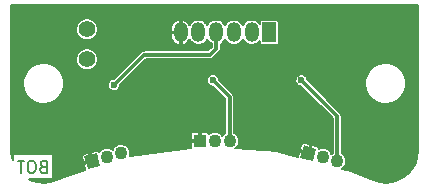
<source format=gbr>
G04 #@! TF.FileFunction,Copper,L2,Bot,Signal*
%FSLAX46Y46*%
G04 Gerber Fmt 4.6, Leading zero omitted, Abs format (unit mm)*
G04 Created by KiCad (PCBNEW (2015-01-16 BZR 5376)-product) date 09.04.2015 11:54:56*
%MOMM*%
G01*
G04 APERTURE LIST*
%ADD10C,0.100000*%
%ADD11C,0.150000*%
%ADD12R,1.198880X1.699260*%
%ADD13O,1.198880X1.699260*%
%ADD14C,1.397000*%
%ADD15C,1.100000*%
%ADD16R,1.100000X1.100000*%
%ADD17C,0.600000*%
%ADD18C,0.300000*%
G04 APERTURE END LIST*
D10*
D11*
X138501333Y-124388571D02*
X138358476Y-124436190D01*
X138310857Y-124483810D01*
X138263238Y-124579048D01*
X138263238Y-124721905D01*
X138310857Y-124817143D01*
X138358476Y-124864762D01*
X138453714Y-124912381D01*
X138834667Y-124912381D01*
X138834667Y-123912381D01*
X138501333Y-123912381D01*
X138406095Y-123960000D01*
X138358476Y-124007619D01*
X138310857Y-124102857D01*
X138310857Y-124198095D01*
X138358476Y-124293333D01*
X138406095Y-124340952D01*
X138501333Y-124388571D01*
X138834667Y-124388571D01*
X137644191Y-123912381D02*
X137453714Y-123912381D01*
X137358476Y-123960000D01*
X137263238Y-124055238D01*
X137215619Y-124245714D01*
X137215619Y-124579048D01*
X137263238Y-124769524D01*
X137358476Y-124864762D01*
X137453714Y-124912381D01*
X137644191Y-124912381D01*
X137739429Y-124864762D01*
X137834667Y-124769524D01*
X137882286Y-124579048D01*
X137882286Y-124245714D01*
X137834667Y-124055238D01*
X137739429Y-123960000D01*
X137644191Y-123912381D01*
X136929905Y-123912381D02*
X136358476Y-123912381D01*
X136644191Y-124912381D02*
X136644191Y-123912381D01*
D12*
X157683800Y-113030000D03*
D13*
X154680000Y-113030000D03*
X156180000Y-113030000D03*
X153180000Y-113030000D03*
X151680000Y-113030000D03*
X150180000Y-113030000D03*
D14*
X142240000Y-112776000D03*
X142240000Y-115316000D03*
D10*
G36*
X161366583Y-123941310D02*
X160304064Y-123656609D01*
X160588765Y-122594090D01*
X161651284Y-122878791D01*
X161366583Y-123941310D01*
X161366583Y-123941310D01*
G37*
D15*
X162204400Y-123596400D03*
X163431126Y-123925100D03*
D16*
X151790400Y-122224800D03*
D15*
X153060400Y-122224800D03*
X154330400Y-122224800D03*
D10*
G36*
X143363284Y-124314009D02*
X142300765Y-124598710D01*
X142016064Y-123536191D01*
X143078583Y-123251490D01*
X143363284Y-124314009D01*
X143363284Y-124314009D01*
G37*
D15*
X143916400Y-123596400D03*
X145143126Y-123267700D03*
D17*
X163195000Y-113030000D03*
X149352000Y-118110000D03*
X144018000Y-120904000D03*
X160274000Y-119126000D03*
X156972000Y-118110000D03*
X152654000Y-119380000D03*
X138684000Y-121920000D03*
X145034000Y-113284000D03*
X144526000Y-117475000D03*
X152908000Y-117094000D03*
X160401000Y-117094000D03*
D18*
X144526000Y-117475000D02*
X147066000Y-114935000D01*
X147066000Y-114935000D02*
X152654000Y-114935000D01*
X152654000Y-114935000D02*
X153180000Y-114409000D01*
X153180000Y-114409000D02*
X153180000Y-113030000D01*
X152908000Y-117094000D02*
X154330400Y-118516400D01*
X154330400Y-118516400D02*
X154330400Y-122224800D01*
X160401000Y-117094000D02*
X163431126Y-120124126D01*
X163431126Y-120124126D02*
X163431126Y-123925100D01*
D11*
G36*
X170266750Y-123013094D02*
X170213557Y-123555584D01*
X170059918Y-124064461D01*
X169810360Y-124533814D01*
X169474394Y-124945748D01*
X169238074Y-125141248D01*
X169238074Y-117178855D01*
X169172367Y-116847008D01*
X169043455Y-116534243D01*
X168856248Y-116252474D01*
X168617877Y-116012433D01*
X168337422Y-115823264D01*
X168025565Y-115692171D01*
X167694184Y-115624148D01*
X167355902Y-115621787D01*
X167023604Y-115685176D01*
X166709947Y-115811902D01*
X166426878Y-115997137D01*
X166185179Y-116233826D01*
X165994056Y-116512954D01*
X165860790Y-116823888D01*
X165790455Y-117154786D01*
X165785732Y-117493043D01*
X165846800Y-117825775D01*
X165971333Y-118140309D01*
X166154587Y-118424665D01*
X166389583Y-118668010D01*
X166667370Y-118861077D01*
X166977366Y-118996511D01*
X167307765Y-119069154D01*
X167645981Y-119076238D01*
X167979131Y-119017495D01*
X168294527Y-118895161D01*
X168580155Y-118713896D01*
X168825135Y-118480605D01*
X169020136Y-118204173D01*
X169157731Y-117895129D01*
X169232679Y-117565246D01*
X169238074Y-117178855D01*
X169238074Y-125141248D01*
X169064810Y-125284585D01*
X168597220Y-125537409D01*
X168089422Y-125694600D01*
X167560761Y-125750163D01*
X167031382Y-125701986D01*
X166510910Y-125548803D01*
X166424088Y-125511853D01*
X166424047Y-125511840D01*
X166421192Y-125510640D01*
X164630471Y-124772558D01*
X164615514Y-124768042D01*
X164600982Y-124762320D01*
X164597281Y-124761294D01*
X163869280Y-124564967D01*
X163910572Y-124538763D01*
X164020636Y-124433951D01*
X164108245Y-124309757D01*
X164170063Y-124170912D01*
X164203735Y-124022703D01*
X164206159Y-123849107D01*
X164176639Y-123700016D01*
X164118721Y-123559499D01*
X164034614Y-123432907D01*
X163927520Y-123325063D01*
X163806126Y-123243182D01*
X163806126Y-120124126D01*
X163802746Y-120089656D01*
X163799727Y-120055144D01*
X163799176Y-120053248D01*
X163798984Y-120051288D01*
X163788974Y-120018134D01*
X163779308Y-119984863D01*
X163778401Y-119983113D01*
X163777831Y-119981225D01*
X163761566Y-119950635D01*
X163745627Y-119919886D01*
X163744396Y-119918344D01*
X163743471Y-119916604D01*
X163721569Y-119889750D01*
X163699967Y-119862689D01*
X163697262Y-119859946D01*
X163697215Y-119859888D01*
X163697161Y-119859843D01*
X163696291Y-119858961D01*
X160925386Y-117088056D01*
X160926022Y-117042521D01*
X160906024Y-116941524D01*
X160866790Y-116846335D01*
X160809814Y-116760579D01*
X160737267Y-116687523D01*
X160651911Y-116629950D01*
X160556998Y-116590052D01*
X160456143Y-116569350D01*
X160353188Y-116568631D01*
X160252054Y-116587924D01*
X160156593Y-116626492D01*
X160070441Y-116682868D01*
X159996881Y-116754904D01*
X159938713Y-116839856D01*
X159898154Y-116934488D01*
X159876748Y-117035196D01*
X159875310Y-117138143D01*
X159893896Y-117239410D01*
X159931797Y-117335137D01*
X159987570Y-117421680D01*
X160059091Y-117495742D01*
X160143635Y-117554501D01*
X160237981Y-117595720D01*
X160338537Y-117617829D01*
X160395696Y-117619026D01*
X163056126Y-120279456D01*
X163056126Y-123244266D01*
X162943158Y-123318191D01*
X162932370Y-123328755D01*
X162891995Y-123230799D01*
X162807888Y-123104207D01*
X162700794Y-122996363D01*
X162574792Y-122911374D01*
X162434683Y-122852477D01*
X162285802Y-122821916D01*
X162133820Y-122820855D01*
X161984527Y-122849334D01*
X161875818Y-122893255D01*
X161877251Y-122871393D01*
X161871466Y-122827451D01*
X161857220Y-122785482D01*
X161835059Y-122747100D01*
X161805836Y-122713777D01*
X161770674Y-122686796D01*
X161730923Y-122667193D01*
X161688112Y-122655722D01*
X161305037Y-122553077D01*
X161236145Y-122592852D01*
X161091256Y-123133584D01*
X161091256Y-122554029D01*
X161051481Y-122485137D01*
X160668405Y-122382493D01*
X160625595Y-122371022D01*
X160581368Y-122368122D01*
X160537426Y-122373907D01*
X160495457Y-122388154D01*
X160457074Y-122410314D01*
X160423752Y-122439537D01*
X160396771Y-122474699D01*
X160377168Y-122514450D01*
X160263051Y-122940337D01*
X160302826Y-123009229D01*
X160924641Y-123175844D01*
X161091256Y-122554029D01*
X161091256Y-123133584D01*
X161069530Y-123214667D01*
X161088848Y-123219843D01*
X161050025Y-123364732D01*
X161030707Y-123359556D01*
X161025530Y-123378874D01*
X160880641Y-123340051D01*
X160885818Y-123320733D01*
X160264003Y-123154118D01*
X160195111Y-123193893D01*
X160100095Y-123548496D01*
X158509329Y-123119499D01*
X158509329Y-113879630D01*
X158509329Y-112180370D01*
X158506361Y-112143859D01*
X158487415Y-112083269D01*
X158452371Y-112030334D01*
X158403993Y-111989229D01*
X158346094Y-111963194D01*
X158283240Y-111954281D01*
X157084360Y-111954281D01*
X157047849Y-111957249D01*
X156987259Y-111976195D01*
X156934324Y-112011239D01*
X156893219Y-112059617D01*
X156867184Y-112117516D01*
X156858271Y-112180370D01*
X156858271Y-112308044D01*
X156764998Y-112193681D01*
X156641021Y-112091118D01*
X156499483Y-112014589D01*
X156345777Y-111967009D01*
X156185756Y-111950190D01*
X156025515Y-111964773D01*
X155871159Y-112010203D01*
X155728567Y-112084748D01*
X155603170Y-112185570D01*
X155499743Y-112308829D01*
X155429529Y-112436547D01*
X155366694Y-112318372D01*
X155264998Y-112193681D01*
X155141021Y-112091118D01*
X154999483Y-112014589D01*
X154845777Y-111967009D01*
X154685756Y-111950190D01*
X154525515Y-111964773D01*
X154371159Y-112010203D01*
X154228567Y-112084748D01*
X154103170Y-112185570D01*
X153999743Y-112308829D01*
X153929529Y-112436547D01*
X153866694Y-112318372D01*
X153764998Y-112193681D01*
X153641021Y-112091118D01*
X153499483Y-112014589D01*
X153345777Y-111967009D01*
X153185756Y-111950190D01*
X153025515Y-111964773D01*
X152871159Y-112010203D01*
X152728567Y-112084748D01*
X152603170Y-112185570D01*
X152499743Y-112308829D01*
X152429529Y-112436547D01*
X152366694Y-112318372D01*
X152264998Y-112193681D01*
X152141021Y-112091118D01*
X151999483Y-112014589D01*
X151845777Y-111967009D01*
X151685756Y-111950190D01*
X151525515Y-111964773D01*
X151371159Y-112010203D01*
X151228567Y-112084748D01*
X151103170Y-112185570D01*
X150999743Y-112308829D01*
X150929697Y-112436241D01*
X150912982Y-112395020D01*
X150823829Y-112259416D01*
X150709934Y-112143810D01*
X150575674Y-112052646D01*
X150426209Y-111989426D01*
X150382513Y-111980629D01*
X150255000Y-112015290D01*
X150255000Y-112955000D01*
X150275000Y-112955000D01*
X150275000Y-113105000D01*
X150255000Y-113105000D01*
X150255000Y-114044710D01*
X150382513Y-114079371D01*
X150426209Y-114070574D01*
X150575674Y-114007354D01*
X150709934Y-113916190D01*
X150823829Y-113800584D01*
X150912982Y-113664980D01*
X150930102Y-113622759D01*
X150993306Y-113741628D01*
X151095002Y-113866319D01*
X151218979Y-113968882D01*
X151360517Y-114045411D01*
X151514223Y-114092991D01*
X151674244Y-114109810D01*
X151834485Y-114095227D01*
X151988841Y-114049797D01*
X152131433Y-113975252D01*
X152256830Y-113874430D01*
X152360257Y-113751171D01*
X152430470Y-113623452D01*
X152493306Y-113741628D01*
X152595002Y-113866319D01*
X152718979Y-113968882D01*
X152805000Y-114015393D01*
X152805000Y-114253670D01*
X152498670Y-114560000D01*
X150105000Y-114560000D01*
X150105000Y-114044710D01*
X150105000Y-113105000D01*
X150105000Y-112955000D01*
X150105000Y-112015290D01*
X149977487Y-111980629D01*
X149933791Y-111989426D01*
X149784326Y-112052646D01*
X149650066Y-112143810D01*
X149536171Y-112259416D01*
X149447018Y-112395020D01*
X149386033Y-112545411D01*
X149355560Y-112704810D01*
X149355560Y-112955000D01*
X150105000Y-112955000D01*
X150105000Y-113105000D01*
X149355560Y-113105000D01*
X149355560Y-113355190D01*
X149386033Y-113514589D01*
X149447018Y-113664980D01*
X149536171Y-113800584D01*
X149650066Y-113916190D01*
X149784326Y-114007354D01*
X149933791Y-114070574D01*
X149977487Y-114079371D01*
X150105000Y-114044710D01*
X150105000Y-114560000D01*
X147066000Y-114560000D01*
X147031530Y-114563379D01*
X146997018Y-114566399D01*
X146995122Y-114566949D01*
X146993162Y-114567142D01*
X146960021Y-114577147D01*
X146926736Y-114586818D01*
X146924985Y-114587725D01*
X146923099Y-114588295D01*
X146892528Y-114604550D01*
X146861760Y-114620499D01*
X146860218Y-114621729D01*
X146858478Y-114622655D01*
X146831624Y-114644556D01*
X146804563Y-114666159D01*
X146801820Y-114668863D01*
X146801762Y-114668911D01*
X146801717Y-114668964D01*
X146800835Y-114669835D01*
X144520741Y-116949928D01*
X144478188Y-116949631D01*
X144377054Y-116968924D01*
X144281593Y-117007492D01*
X144195441Y-117063868D01*
X144121881Y-117135904D01*
X144063713Y-117220856D01*
X144023154Y-117315488D01*
X144001748Y-117416196D01*
X144000310Y-117519143D01*
X144018896Y-117620410D01*
X144056797Y-117716137D01*
X144112570Y-117802680D01*
X144184091Y-117876742D01*
X144268635Y-117935501D01*
X144362981Y-117976720D01*
X144463537Y-117998829D01*
X144566472Y-118000985D01*
X144667866Y-117983107D01*
X144763856Y-117945875D01*
X144850786Y-117890707D01*
X144925345Y-117819706D01*
X144984693Y-117735574D01*
X145026570Y-117641517D01*
X145049380Y-117541118D01*
X145050217Y-117481112D01*
X147221330Y-115310000D01*
X152654000Y-115310000D01*
X152688473Y-115306619D01*
X152722982Y-115303601D01*
X152724877Y-115303050D01*
X152726838Y-115302858D01*
X152759991Y-115292848D01*
X152793263Y-115283182D01*
X152795012Y-115282275D01*
X152796901Y-115281705D01*
X152827510Y-115265429D01*
X152858239Y-115249501D01*
X152859778Y-115248272D01*
X152861522Y-115247345D01*
X152888422Y-115225406D01*
X152915436Y-115203841D01*
X152918178Y-115201137D01*
X152918238Y-115201089D01*
X152918283Y-115201033D01*
X152919165Y-115200165D01*
X153445165Y-114674165D01*
X153467129Y-114647425D01*
X153489418Y-114620863D01*
X153490369Y-114619132D01*
X153491619Y-114617611D01*
X153507957Y-114587138D01*
X153524676Y-114556728D01*
X153525273Y-114554844D01*
X153526203Y-114553111D01*
X153536311Y-114520047D01*
X153546805Y-114486967D01*
X153547025Y-114485004D01*
X153547601Y-114483121D01*
X153551103Y-114448647D01*
X153554963Y-114414236D01*
X153554990Y-114410385D01*
X153554998Y-114410309D01*
X153554991Y-114410237D01*
X153555000Y-114409000D01*
X153555000Y-114015210D01*
X153631433Y-113975252D01*
X153756830Y-113874430D01*
X153860257Y-113751171D01*
X153930470Y-113623452D01*
X153993306Y-113741628D01*
X154095002Y-113866319D01*
X154218979Y-113968882D01*
X154360517Y-114045411D01*
X154514223Y-114092991D01*
X154674244Y-114109810D01*
X154834485Y-114095227D01*
X154988841Y-114049797D01*
X155131433Y-113975252D01*
X155256830Y-113874430D01*
X155360257Y-113751171D01*
X155430470Y-113623452D01*
X155493306Y-113741628D01*
X155595002Y-113866319D01*
X155718979Y-113968882D01*
X155860517Y-114045411D01*
X156014223Y-114092991D01*
X156174244Y-114109810D01*
X156334485Y-114095227D01*
X156488841Y-114049797D01*
X156631433Y-113975252D01*
X156756830Y-113874430D01*
X156858271Y-113753537D01*
X156858271Y-113879630D01*
X156861239Y-113916141D01*
X156880185Y-113976731D01*
X156915229Y-114029666D01*
X156963607Y-114070771D01*
X157021506Y-114096806D01*
X157084360Y-114105719D01*
X158283240Y-114105719D01*
X158319751Y-114102751D01*
X158380341Y-114083805D01*
X158433276Y-114048761D01*
X158474381Y-114000383D01*
X158500416Y-113942484D01*
X158509329Y-113879630D01*
X158509329Y-123119499D01*
X158473178Y-123109750D01*
X158448602Y-123105640D01*
X158424072Y-123101186D01*
X158420243Y-123100898D01*
X158420242Y-123100898D01*
X154785964Y-122853618D01*
X154809846Y-122838463D01*
X154919910Y-122733651D01*
X155007519Y-122609457D01*
X155069337Y-122470612D01*
X155103009Y-122322403D01*
X155105433Y-122148807D01*
X155075913Y-121999716D01*
X155017995Y-121859199D01*
X154933888Y-121732607D01*
X154826794Y-121624763D01*
X154705400Y-121542882D01*
X154705400Y-118516400D01*
X154702020Y-118481930D01*
X154699001Y-118447418D01*
X154698450Y-118445522D01*
X154698258Y-118443562D01*
X154688252Y-118410421D01*
X154678582Y-118377136D01*
X154677674Y-118375385D01*
X154677105Y-118373499D01*
X154660849Y-118342928D01*
X154644901Y-118312160D01*
X154643670Y-118310618D01*
X154642745Y-118308878D01*
X154620843Y-118282024D01*
X154599241Y-118254963D01*
X154596536Y-118252220D01*
X154596489Y-118252162D01*
X154596435Y-118252117D01*
X154595565Y-118251235D01*
X153432386Y-117088056D01*
X153433022Y-117042521D01*
X153413024Y-116941524D01*
X153373790Y-116846335D01*
X153316814Y-116760579D01*
X153244267Y-116687523D01*
X153158911Y-116629950D01*
X153063998Y-116590052D01*
X152963143Y-116569350D01*
X152860188Y-116568631D01*
X152759054Y-116587924D01*
X152663593Y-116626492D01*
X152577441Y-116682868D01*
X152503881Y-116754904D01*
X152445713Y-116839856D01*
X152405154Y-116934488D01*
X152383748Y-117035196D01*
X152382310Y-117138143D01*
X152400896Y-117239410D01*
X152438797Y-117335137D01*
X152494570Y-117421680D01*
X152566091Y-117495742D01*
X152650635Y-117554501D01*
X152744981Y-117595720D01*
X152845537Y-117617829D01*
X152902696Y-117619026D01*
X153955400Y-118671730D01*
X153955400Y-121543966D01*
X153842432Y-121617891D01*
X153733843Y-121724229D01*
X153695513Y-121780207D01*
X153663888Y-121732607D01*
X153556794Y-121624763D01*
X153430792Y-121539774D01*
X153290683Y-121480877D01*
X153141802Y-121450316D01*
X152989820Y-121449255D01*
X152840527Y-121477734D01*
X152699608Y-121534669D01*
X152572432Y-121617891D01*
X152560761Y-121629319D01*
X152556753Y-121609169D01*
X152539792Y-121568222D01*
X152515169Y-121531370D01*
X152483829Y-121500031D01*
X152446977Y-121475407D01*
X152406030Y-121458446D01*
X152362560Y-121449800D01*
X152318239Y-121449800D01*
X151921650Y-121449800D01*
X151865400Y-121506050D01*
X151865400Y-122149800D01*
X151885400Y-122149800D01*
X151885400Y-122299800D01*
X151865400Y-122299800D01*
X151865400Y-122319800D01*
X151715400Y-122319800D01*
X151715400Y-122299800D01*
X151715400Y-122149800D01*
X151715400Y-121506050D01*
X151659150Y-121449800D01*
X151262561Y-121449800D01*
X151218240Y-121449800D01*
X151174770Y-121458446D01*
X151133823Y-121475407D01*
X151096971Y-121500031D01*
X151065631Y-121531370D01*
X151041008Y-121568222D01*
X151024047Y-121609169D01*
X151015400Y-121652639D01*
X151015400Y-122093550D01*
X151071650Y-122149800D01*
X151715400Y-122149800D01*
X151715400Y-122299800D01*
X151071650Y-122299800D01*
X151015400Y-122356050D01*
X151015400Y-122796961D01*
X151016590Y-122802943D01*
X145894262Y-123459815D01*
X145915735Y-123365303D01*
X145918159Y-123191707D01*
X145888639Y-123042616D01*
X145830721Y-122902099D01*
X145746614Y-122775507D01*
X145639520Y-122667663D01*
X145513518Y-122582674D01*
X145373409Y-122523777D01*
X145224528Y-122493216D01*
X145072546Y-122492155D01*
X144923253Y-122520634D01*
X144782334Y-122577569D01*
X144655158Y-122660791D01*
X144546569Y-122767129D01*
X144460702Y-122892534D01*
X144415173Y-122998759D01*
X144412794Y-122996363D01*
X144286792Y-122911374D01*
X144146683Y-122852477D01*
X143997802Y-122821916D01*
X143845820Y-122820855D01*
X143696527Y-122849334D01*
X143555608Y-122906269D01*
X143428432Y-122989491D01*
X143319843Y-123095829D01*
X143280805Y-123152841D01*
X143270577Y-123132099D01*
X143243596Y-123096937D01*
X143210274Y-123067714D01*
X143171891Y-123045554D01*
X143163539Y-123042718D01*
X143163539Y-115225446D01*
X143163539Y-112685446D01*
X143128362Y-112507788D01*
X143059347Y-112340345D01*
X142959124Y-112189497D01*
X142831509Y-112060988D01*
X142681364Y-111959714D01*
X142514408Y-111889532D01*
X142336999Y-111853116D01*
X142155896Y-111851851D01*
X141977996Y-111885787D01*
X141810076Y-111953631D01*
X141658532Y-112052799D01*
X141529135Y-112179514D01*
X141426815Y-112328948D01*
X141355470Y-112495410D01*
X141317815Y-112672560D01*
X141315287Y-112853650D01*
X141347980Y-113031783D01*
X141414650Y-113200172D01*
X141512758Y-113352405D01*
X141638565Y-113482683D01*
X141787282Y-113586044D01*
X141953242Y-113658550D01*
X142130125Y-113697440D01*
X142311193Y-113701233D01*
X142489549Y-113669784D01*
X142658400Y-113604291D01*
X142811314Y-113507249D01*
X142942467Y-113382353D01*
X143046863Y-113234362D01*
X143120527Y-113068912D01*
X143160651Y-112892305D01*
X143163539Y-112685446D01*
X143163539Y-115225446D01*
X143128362Y-115047788D01*
X143059347Y-114880345D01*
X142959124Y-114729497D01*
X142831509Y-114600988D01*
X142681364Y-114499714D01*
X142514408Y-114429532D01*
X142336999Y-114393116D01*
X142155896Y-114391851D01*
X141977996Y-114425787D01*
X141810076Y-114493631D01*
X141658532Y-114592799D01*
X141529135Y-114719514D01*
X141426815Y-114868948D01*
X141355470Y-115035410D01*
X141317815Y-115212560D01*
X141315287Y-115393650D01*
X141347980Y-115571783D01*
X141414650Y-115740172D01*
X141512758Y-115892405D01*
X141638565Y-116022683D01*
X141787282Y-116126044D01*
X141953242Y-116198550D01*
X142130125Y-116237440D01*
X142311193Y-116241233D01*
X142489549Y-116209784D01*
X142658400Y-116144291D01*
X142811314Y-116047249D01*
X142942467Y-115922353D01*
X143046863Y-115774362D01*
X143120527Y-115608912D01*
X143160651Y-115432305D01*
X143163539Y-115225446D01*
X143163539Y-123042718D01*
X143129922Y-123031307D01*
X143085980Y-123025522D01*
X143041753Y-123028422D01*
X142998943Y-123039893D01*
X142615867Y-123142537D01*
X142576092Y-123211429D01*
X142742707Y-123833244D01*
X142762025Y-123828067D01*
X142800848Y-123972956D01*
X142781530Y-123978133D01*
X142786706Y-123997451D01*
X142641817Y-124036274D01*
X142636641Y-124016956D01*
X142597818Y-124027358D01*
X142597818Y-123872067D01*
X142431203Y-123250252D01*
X142362311Y-123210477D01*
X141979236Y-123313122D01*
X141936425Y-123324593D01*
X141896674Y-123344196D01*
X141861512Y-123371177D01*
X141832289Y-123404500D01*
X141810128Y-123442882D01*
X141795882Y-123484851D01*
X141790097Y-123528793D01*
X141792995Y-123573020D01*
X141907111Y-123998907D01*
X141976003Y-124038682D01*
X142597818Y-123872067D01*
X142597818Y-124027358D01*
X142014826Y-124183571D01*
X141975051Y-124252463D01*
X142089168Y-124678350D01*
X142097315Y-124694871D01*
X140282074Y-125302508D01*
X140282074Y-117178855D01*
X140216367Y-116847008D01*
X140087455Y-116534243D01*
X139900248Y-116252474D01*
X139661877Y-116012433D01*
X139381422Y-115823264D01*
X139069565Y-115692171D01*
X138738184Y-115624148D01*
X138399902Y-115621787D01*
X138067604Y-115685176D01*
X137753947Y-115811902D01*
X137470878Y-115997137D01*
X137229179Y-116233826D01*
X137038056Y-116512954D01*
X136904790Y-116823888D01*
X136834455Y-117154786D01*
X136829732Y-117493043D01*
X136890800Y-117825775D01*
X137015333Y-118140309D01*
X137198587Y-118424665D01*
X137433583Y-118668010D01*
X137711370Y-118861077D01*
X138021366Y-118996511D01*
X138351765Y-119069154D01*
X138689981Y-119076238D01*
X139023131Y-119017495D01*
X139338527Y-118895161D01*
X139624155Y-118713896D01*
X139869135Y-118480605D01*
X140064136Y-118204173D01*
X140201731Y-117895129D01*
X140276679Y-117565246D01*
X140282074Y-117178855D01*
X140282074Y-125302508D01*
X139679809Y-125504112D01*
X139150157Y-125681408D01*
X138622913Y-125749020D01*
X138092563Y-125712935D01*
X137579334Y-125574528D01*
X137347527Y-125460000D01*
X139372762Y-125460000D01*
X139372762Y-123310000D01*
X135963238Y-123310000D01*
X135963238Y-123863784D01*
X135891203Y-123653480D01*
X135818439Y-123115834D01*
X135816750Y-123023993D01*
X135816750Y-110743000D01*
X170266750Y-110743000D01*
X170266750Y-123013094D01*
X170266750Y-123013094D01*
G37*
X170266750Y-123013094D02*
X170213557Y-123555584D01*
X170059918Y-124064461D01*
X169810360Y-124533814D01*
X169474394Y-124945748D01*
X169238074Y-125141248D01*
X169238074Y-117178855D01*
X169172367Y-116847008D01*
X169043455Y-116534243D01*
X168856248Y-116252474D01*
X168617877Y-116012433D01*
X168337422Y-115823264D01*
X168025565Y-115692171D01*
X167694184Y-115624148D01*
X167355902Y-115621787D01*
X167023604Y-115685176D01*
X166709947Y-115811902D01*
X166426878Y-115997137D01*
X166185179Y-116233826D01*
X165994056Y-116512954D01*
X165860790Y-116823888D01*
X165790455Y-117154786D01*
X165785732Y-117493043D01*
X165846800Y-117825775D01*
X165971333Y-118140309D01*
X166154587Y-118424665D01*
X166389583Y-118668010D01*
X166667370Y-118861077D01*
X166977366Y-118996511D01*
X167307765Y-119069154D01*
X167645981Y-119076238D01*
X167979131Y-119017495D01*
X168294527Y-118895161D01*
X168580155Y-118713896D01*
X168825135Y-118480605D01*
X169020136Y-118204173D01*
X169157731Y-117895129D01*
X169232679Y-117565246D01*
X169238074Y-117178855D01*
X169238074Y-125141248D01*
X169064810Y-125284585D01*
X168597220Y-125537409D01*
X168089422Y-125694600D01*
X167560761Y-125750163D01*
X167031382Y-125701986D01*
X166510910Y-125548803D01*
X166424088Y-125511853D01*
X166424047Y-125511840D01*
X166421192Y-125510640D01*
X164630471Y-124772558D01*
X164615514Y-124768042D01*
X164600982Y-124762320D01*
X164597281Y-124761294D01*
X163869280Y-124564967D01*
X163910572Y-124538763D01*
X164020636Y-124433951D01*
X164108245Y-124309757D01*
X164170063Y-124170912D01*
X164203735Y-124022703D01*
X164206159Y-123849107D01*
X164176639Y-123700016D01*
X164118721Y-123559499D01*
X164034614Y-123432907D01*
X163927520Y-123325063D01*
X163806126Y-123243182D01*
X163806126Y-120124126D01*
X163802746Y-120089656D01*
X163799727Y-120055144D01*
X163799176Y-120053248D01*
X163798984Y-120051288D01*
X163788974Y-120018134D01*
X163779308Y-119984863D01*
X163778401Y-119983113D01*
X163777831Y-119981225D01*
X163761566Y-119950635D01*
X163745627Y-119919886D01*
X163744396Y-119918344D01*
X163743471Y-119916604D01*
X163721569Y-119889750D01*
X163699967Y-119862689D01*
X163697262Y-119859946D01*
X163697215Y-119859888D01*
X163697161Y-119859843D01*
X163696291Y-119858961D01*
X160925386Y-117088056D01*
X160926022Y-117042521D01*
X160906024Y-116941524D01*
X160866790Y-116846335D01*
X160809814Y-116760579D01*
X160737267Y-116687523D01*
X160651911Y-116629950D01*
X160556998Y-116590052D01*
X160456143Y-116569350D01*
X160353188Y-116568631D01*
X160252054Y-116587924D01*
X160156593Y-116626492D01*
X160070441Y-116682868D01*
X159996881Y-116754904D01*
X159938713Y-116839856D01*
X159898154Y-116934488D01*
X159876748Y-117035196D01*
X159875310Y-117138143D01*
X159893896Y-117239410D01*
X159931797Y-117335137D01*
X159987570Y-117421680D01*
X160059091Y-117495742D01*
X160143635Y-117554501D01*
X160237981Y-117595720D01*
X160338537Y-117617829D01*
X160395696Y-117619026D01*
X163056126Y-120279456D01*
X163056126Y-123244266D01*
X162943158Y-123318191D01*
X162932370Y-123328755D01*
X162891995Y-123230799D01*
X162807888Y-123104207D01*
X162700794Y-122996363D01*
X162574792Y-122911374D01*
X162434683Y-122852477D01*
X162285802Y-122821916D01*
X162133820Y-122820855D01*
X161984527Y-122849334D01*
X161875818Y-122893255D01*
X161877251Y-122871393D01*
X161871466Y-122827451D01*
X161857220Y-122785482D01*
X161835059Y-122747100D01*
X161805836Y-122713777D01*
X161770674Y-122686796D01*
X161730923Y-122667193D01*
X161688112Y-122655722D01*
X161305037Y-122553077D01*
X161236145Y-122592852D01*
X161091256Y-123133584D01*
X161091256Y-122554029D01*
X161051481Y-122485137D01*
X160668405Y-122382493D01*
X160625595Y-122371022D01*
X160581368Y-122368122D01*
X160537426Y-122373907D01*
X160495457Y-122388154D01*
X160457074Y-122410314D01*
X160423752Y-122439537D01*
X160396771Y-122474699D01*
X160377168Y-122514450D01*
X160263051Y-122940337D01*
X160302826Y-123009229D01*
X160924641Y-123175844D01*
X161091256Y-122554029D01*
X161091256Y-123133584D01*
X161069530Y-123214667D01*
X161088848Y-123219843D01*
X161050025Y-123364732D01*
X161030707Y-123359556D01*
X161025530Y-123378874D01*
X160880641Y-123340051D01*
X160885818Y-123320733D01*
X160264003Y-123154118D01*
X160195111Y-123193893D01*
X160100095Y-123548496D01*
X158509329Y-123119499D01*
X158509329Y-113879630D01*
X158509329Y-112180370D01*
X158506361Y-112143859D01*
X158487415Y-112083269D01*
X158452371Y-112030334D01*
X158403993Y-111989229D01*
X158346094Y-111963194D01*
X158283240Y-111954281D01*
X157084360Y-111954281D01*
X157047849Y-111957249D01*
X156987259Y-111976195D01*
X156934324Y-112011239D01*
X156893219Y-112059617D01*
X156867184Y-112117516D01*
X156858271Y-112180370D01*
X156858271Y-112308044D01*
X156764998Y-112193681D01*
X156641021Y-112091118D01*
X156499483Y-112014589D01*
X156345777Y-111967009D01*
X156185756Y-111950190D01*
X156025515Y-111964773D01*
X155871159Y-112010203D01*
X155728567Y-112084748D01*
X155603170Y-112185570D01*
X155499743Y-112308829D01*
X155429529Y-112436547D01*
X155366694Y-112318372D01*
X155264998Y-112193681D01*
X155141021Y-112091118D01*
X154999483Y-112014589D01*
X154845777Y-111967009D01*
X154685756Y-111950190D01*
X154525515Y-111964773D01*
X154371159Y-112010203D01*
X154228567Y-112084748D01*
X154103170Y-112185570D01*
X153999743Y-112308829D01*
X153929529Y-112436547D01*
X153866694Y-112318372D01*
X153764998Y-112193681D01*
X153641021Y-112091118D01*
X153499483Y-112014589D01*
X153345777Y-111967009D01*
X153185756Y-111950190D01*
X153025515Y-111964773D01*
X152871159Y-112010203D01*
X152728567Y-112084748D01*
X152603170Y-112185570D01*
X152499743Y-112308829D01*
X152429529Y-112436547D01*
X152366694Y-112318372D01*
X152264998Y-112193681D01*
X152141021Y-112091118D01*
X151999483Y-112014589D01*
X151845777Y-111967009D01*
X151685756Y-111950190D01*
X151525515Y-111964773D01*
X151371159Y-112010203D01*
X151228567Y-112084748D01*
X151103170Y-112185570D01*
X150999743Y-112308829D01*
X150929697Y-112436241D01*
X150912982Y-112395020D01*
X150823829Y-112259416D01*
X150709934Y-112143810D01*
X150575674Y-112052646D01*
X150426209Y-111989426D01*
X150382513Y-111980629D01*
X150255000Y-112015290D01*
X150255000Y-112955000D01*
X150275000Y-112955000D01*
X150275000Y-113105000D01*
X150255000Y-113105000D01*
X150255000Y-114044710D01*
X150382513Y-114079371D01*
X150426209Y-114070574D01*
X150575674Y-114007354D01*
X150709934Y-113916190D01*
X150823829Y-113800584D01*
X150912982Y-113664980D01*
X150930102Y-113622759D01*
X150993306Y-113741628D01*
X151095002Y-113866319D01*
X151218979Y-113968882D01*
X151360517Y-114045411D01*
X151514223Y-114092991D01*
X151674244Y-114109810D01*
X151834485Y-114095227D01*
X151988841Y-114049797D01*
X152131433Y-113975252D01*
X152256830Y-113874430D01*
X152360257Y-113751171D01*
X152430470Y-113623452D01*
X152493306Y-113741628D01*
X152595002Y-113866319D01*
X152718979Y-113968882D01*
X152805000Y-114015393D01*
X152805000Y-114253670D01*
X152498670Y-114560000D01*
X150105000Y-114560000D01*
X150105000Y-114044710D01*
X150105000Y-113105000D01*
X150105000Y-112955000D01*
X150105000Y-112015290D01*
X149977487Y-111980629D01*
X149933791Y-111989426D01*
X149784326Y-112052646D01*
X149650066Y-112143810D01*
X149536171Y-112259416D01*
X149447018Y-112395020D01*
X149386033Y-112545411D01*
X149355560Y-112704810D01*
X149355560Y-112955000D01*
X150105000Y-112955000D01*
X150105000Y-113105000D01*
X149355560Y-113105000D01*
X149355560Y-113355190D01*
X149386033Y-113514589D01*
X149447018Y-113664980D01*
X149536171Y-113800584D01*
X149650066Y-113916190D01*
X149784326Y-114007354D01*
X149933791Y-114070574D01*
X149977487Y-114079371D01*
X150105000Y-114044710D01*
X150105000Y-114560000D01*
X147066000Y-114560000D01*
X147031530Y-114563379D01*
X146997018Y-114566399D01*
X146995122Y-114566949D01*
X146993162Y-114567142D01*
X146960021Y-114577147D01*
X146926736Y-114586818D01*
X146924985Y-114587725D01*
X146923099Y-114588295D01*
X146892528Y-114604550D01*
X146861760Y-114620499D01*
X146860218Y-114621729D01*
X146858478Y-114622655D01*
X146831624Y-114644556D01*
X146804563Y-114666159D01*
X146801820Y-114668863D01*
X146801762Y-114668911D01*
X146801717Y-114668964D01*
X146800835Y-114669835D01*
X144520741Y-116949928D01*
X144478188Y-116949631D01*
X144377054Y-116968924D01*
X144281593Y-117007492D01*
X144195441Y-117063868D01*
X144121881Y-117135904D01*
X144063713Y-117220856D01*
X144023154Y-117315488D01*
X144001748Y-117416196D01*
X144000310Y-117519143D01*
X144018896Y-117620410D01*
X144056797Y-117716137D01*
X144112570Y-117802680D01*
X144184091Y-117876742D01*
X144268635Y-117935501D01*
X144362981Y-117976720D01*
X144463537Y-117998829D01*
X144566472Y-118000985D01*
X144667866Y-117983107D01*
X144763856Y-117945875D01*
X144850786Y-117890707D01*
X144925345Y-117819706D01*
X144984693Y-117735574D01*
X145026570Y-117641517D01*
X145049380Y-117541118D01*
X145050217Y-117481112D01*
X147221330Y-115310000D01*
X152654000Y-115310000D01*
X152688473Y-115306619D01*
X152722982Y-115303601D01*
X152724877Y-115303050D01*
X152726838Y-115302858D01*
X152759991Y-115292848D01*
X152793263Y-115283182D01*
X152795012Y-115282275D01*
X152796901Y-115281705D01*
X152827510Y-115265429D01*
X152858239Y-115249501D01*
X152859778Y-115248272D01*
X152861522Y-115247345D01*
X152888422Y-115225406D01*
X152915436Y-115203841D01*
X152918178Y-115201137D01*
X152918238Y-115201089D01*
X152918283Y-115201033D01*
X152919165Y-115200165D01*
X153445165Y-114674165D01*
X153467129Y-114647425D01*
X153489418Y-114620863D01*
X153490369Y-114619132D01*
X153491619Y-114617611D01*
X153507957Y-114587138D01*
X153524676Y-114556728D01*
X153525273Y-114554844D01*
X153526203Y-114553111D01*
X153536311Y-114520047D01*
X153546805Y-114486967D01*
X153547025Y-114485004D01*
X153547601Y-114483121D01*
X153551103Y-114448647D01*
X153554963Y-114414236D01*
X153554990Y-114410385D01*
X153554998Y-114410309D01*
X153554991Y-114410237D01*
X153555000Y-114409000D01*
X153555000Y-114015210D01*
X153631433Y-113975252D01*
X153756830Y-113874430D01*
X153860257Y-113751171D01*
X153930470Y-113623452D01*
X153993306Y-113741628D01*
X154095002Y-113866319D01*
X154218979Y-113968882D01*
X154360517Y-114045411D01*
X154514223Y-114092991D01*
X154674244Y-114109810D01*
X154834485Y-114095227D01*
X154988841Y-114049797D01*
X155131433Y-113975252D01*
X155256830Y-113874430D01*
X155360257Y-113751171D01*
X155430470Y-113623452D01*
X155493306Y-113741628D01*
X155595002Y-113866319D01*
X155718979Y-113968882D01*
X155860517Y-114045411D01*
X156014223Y-114092991D01*
X156174244Y-114109810D01*
X156334485Y-114095227D01*
X156488841Y-114049797D01*
X156631433Y-113975252D01*
X156756830Y-113874430D01*
X156858271Y-113753537D01*
X156858271Y-113879630D01*
X156861239Y-113916141D01*
X156880185Y-113976731D01*
X156915229Y-114029666D01*
X156963607Y-114070771D01*
X157021506Y-114096806D01*
X157084360Y-114105719D01*
X158283240Y-114105719D01*
X158319751Y-114102751D01*
X158380341Y-114083805D01*
X158433276Y-114048761D01*
X158474381Y-114000383D01*
X158500416Y-113942484D01*
X158509329Y-113879630D01*
X158509329Y-123119499D01*
X158473178Y-123109750D01*
X158448602Y-123105640D01*
X158424072Y-123101186D01*
X158420243Y-123100898D01*
X158420242Y-123100898D01*
X154785964Y-122853618D01*
X154809846Y-122838463D01*
X154919910Y-122733651D01*
X155007519Y-122609457D01*
X155069337Y-122470612D01*
X155103009Y-122322403D01*
X155105433Y-122148807D01*
X155075913Y-121999716D01*
X155017995Y-121859199D01*
X154933888Y-121732607D01*
X154826794Y-121624763D01*
X154705400Y-121542882D01*
X154705400Y-118516400D01*
X154702020Y-118481930D01*
X154699001Y-118447418D01*
X154698450Y-118445522D01*
X154698258Y-118443562D01*
X154688252Y-118410421D01*
X154678582Y-118377136D01*
X154677674Y-118375385D01*
X154677105Y-118373499D01*
X154660849Y-118342928D01*
X154644901Y-118312160D01*
X154643670Y-118310618D01*
X154642745Y-118308878D01*
X154620843Y-118282024D01*
X154599241Y-118254963D01*
X154596536Y-118252220D01*
X154596489Y-118252162D01*
X154596435Y-118252117D01*
X154595565Y-118251235D01*
X153432386Y-117088056D01*
X153433022Y-117042521D01*
X153413024Y-116941524D01*
X153373790Y-116846335D01*
X153316814Y-116760579D01*
X153244267Y-116687523D01*
X153158911Y-116629950D01*
X153063998Y-116590052D01*
X152963143Y-116569350D01*
X152860188Y-116568631D01*
X152759054Y-116587924D01*
X152663593Y-116626492D01*
X152577441Y-116682868D01*
X152503881Y-116754904D01*
X152445713Y-116839856D01*
X152405154Y-116934488D01*
X152383748Y-117035196D01*
X152382310Y-117138143D01*
X152400896Y-117239410D01*
X152438797Y-117335137D01*
X152494570Y-117421680D01*
X152566091Y-117495742D01*
X152650635Y-117554501D01*
X152744981Y-117595720D01*
X152845537Y-117617829D01*
X152902696Y-117619026D01*
X153955400Y-118671730D01*
X153955400Y-121543966D01*
X153842432Y-121617891D01*
X153733843Y-121724229D01*
X153695513Y-121780207D01*
X153663888Y-121732607D01*
X153556794Y-121624763D01*
X153430792Y-121539774D01*
X153290683Y-121480877D01*
X153141802Y-121450316D01*
X152989820Y-121449255D01*
X152840527Y-121477734D01*
X152699608Y-121534669D01*
X152572432Y-121617891D01*
X152560761Y-121629319D01*
X152556753Y-121609169D01*
X152539792Y-121568222D01*
X152515169Y-121531370D01*
X152483829Y-121500031D01*
X152446977Y-121475407D01*
X152406030Y-121458446D01*
X152362560Y-121449800D01*
X152318239Y-121449800D01*
X151921650Y-121449800D01*
X151865400Y-121506050D01*
X151865400Y-122149800D01*
X151885400Y-122149800D01*
X151885400Y-122299800D01*
X151865400Y-122299800D01*
X151865400Y-122319800D01*
X151715400Y-122319800D01*
X151715400Y-122299800D01*
X151715400Y-122149800D01*
X151715400Y-121506050D01*
X151659150Y-121449800D01*
X151262561Y-121449800D01*
X151218240Y-121449800D01*
X151174770Y-121458446D01*
X151133823Y-121475407D01*
X151096971Y-121500031D01*
X151065631Y-121531370D01*
X151041008Y-121568222D01*
X151024047Y-121609169D01*
X151015400Y-121652639D01*
X151015400Y-122093550D01*
X151071650Y-122149800D01*
X151715400Y-122149800D01*
X151715400Y-122299800D01*
X151071650Y-122299800D01*
X151015400Y-122356050D01*
X151015400Y-122796961D01*
X151016590Y-122802943D01*
X145894262Y-123459815D01*
X145915735Y-123365303D01*
X145918159Y-123191707D01*
X145888639Y-123042616D01*
X145830721Y-122902099D01*
X145746614Y-122775507D01*
X145639520Y-122667663D01*
X145513518Y-122582674D01*
X145373409Y-122523777D01*
X145224528Y-122493216D01*
X145072546Y-122492155D01*
X144923253Y-122520634D01*
X144782334Y-122577569D01*
X144655158Y-122660791D01*
X144546569Y-122767129D01*
X144460702Y-122892534D01*
X144415173Y-122998759D01*
X144412794Y-122996363D01*
X144286792Y-122911374D01*
X144146683Y-122852477D01*
X143997802Y-122821916D01*
X143845820Y-122820855D01*
X143696527Y-122849334D01*
X143555608Y-122906269D01*
X143428432Y-122989491D01*
X143319843Y-123095829D01*
X143280805Y-123152841D01*
X143270577Y-123132099D01*
X143243596Y-123096937D01*
X143210274Y-123067714D01*
X143171891Y-123045554D01*
X143163539Y-123042718D01*
X143163539Y-115225446D01*
X143163539Y-112685446D01*
X143128362Y-112507788D01*
X143059347Y-112340345D01*
X142959124Y-112189497D01*
X142831509Y-112060988D01*
X142681364Y-111959714D01*
X142514408Y-111889532D01*
X142336999Y-111853116D01*
X142155896Y-111851851D01*
X141977996Y-111885787D01*
X141810076Y-111953631D01*
X141658532Y-112052799D01*
X141529135Y-112179514D01*
X141426815Y-112328948D01*
X141355470Y-112495410D01*
X141317815Y-112672560D01*
X141315287Y-112853650D01*
X141347980Y-113031783D01*
X141414650Y-113200172D01*
X141512758Y-113352405D01*
X141638565Y-113482683D01*
X141787282Y-113586044D01*
X141953242Y-113658550D01*
X142130125Y-113697440D01*
X142311193Y-113701233D01*
X142489549Y-113669784D01*
X142658400Y-113604291D01*
X142811314Y-113507249D01*
X142942467Y-113382353D01*
X143046863Y-113234362D01*
X143120527Y-113068912D01*
X143160651Y-112892305D01*
X143163539Y-112685446D01*
X143163539Y-115225446D01*
X143128362Y-115047788D01*
X143059347Y-114880345D01*
X142959124Y-114729497D01*
X142831509Y-114600988D01*
X142681364Y-114499714D01*
X142514408Y-114429532D01*
X142336999Y-114393116D01*
X142155896Y-114391851D01*
X141977996Y-114425787D01*
X141810076Y-114493631D01*
X141658532Y-114592799D01*
X141529135Y-114719514D01*
X141426815Y-114868948D01*
X141355470Y-115035410D01*
X141317815Y-115212560D01*
X141315287Y-115393650D01*
X141347980Y-115571783D01*
X141414650Y-115740172D01*
X141512758Y-115892405D01*
X141638565Y-116022683D01*
X141787282Y-116126044D01*
X141953242Y-116198550D01*
X142130125Y-116237440D01*
X142311193Y-116241233D01*
X142489549Y-116209784D01*
X142658400Y-116144291D01*
X142811314Y-116047249D01*
X142942467Y-115922353D01*
X143046863Y-115774362D01*
X143120527Y-115608912D01*
X143160651Y-115432305D01*
X143163539Y-115225446D01*
X143163539Y-123042718D01*
X143129922Y-123031307D01*
X143085980Y-123025522D01*
X143041753Y-123028422D01*
X142998943Y-123039893D01*
X142615867Y-123142537D01*
X142576092Y-123211429D01*
X142742707Y-123833244D01*
X142762025Y-123828067D01*
X142800848Y-123972956D01*
X142781530Y-123978133D01*
X142786706Y-123997451D01*
X142641817Y-124036274D01*
X142636641Y-124016956D01*
X142597818Y-124027358D01*
X142597818Y-123872067D01*
X142431203Y-123250252D01*
X142362311Y-123210477D01*
X141979236Y-123313122D01*
X141936425Y-123324593D01*
X141896674Y-123344196D01*
X141861512Y-123371177D01*
X141832289Y-123404500D01*
X141810128Y-123442882D01*
X141795882Y-123484851D01*
X141790097Y-123528793D01*
X141792995Y-123573020D01*
X141907111Y-123998907D01*
X141976003Y-124038682D01*
X142597818Y-123872067D01*
X142597818Y-124027358D01*
X142014826Y-124183571D01*
X141975051Y-124252463D01*
X142089168Y-124678350D01*
X142097315Y-124694871D01*
X140282074Y-125302508D01*
X140282074Y-117178855D01*
X140216367Y-116847008D01*
X140087455Y-116534243D01*
X139900248Y-116252474D01*
X139661877Y-116012433D01*
X139381422Y-115823264D01*
X139069565Y-115692171D01*
X138738184Y-115624148D01*
X138399902Y-115621787D01*
X138067604Y-115685176D01*
X137753947Y-115811902D01*
X137470878Y-115997137D01*
X137229179Y-116233826D01*
X137038056Y-116512954D01*
X136904790Y-116823888D01*
X136834455Y-117154786D01*
X136829732Y-117493043D01*
X136890800Y-117825775D01*
X137015333Y-118140309D01*
X137198587Y-118424665D01*
X137433583Y-118668010D01*
X137711370Y-118861077D01*
X138021366Y-118996511D01*
X138351765Y-119069154D01*
X138689981Y-119076238D01*
X139023131Y-119017495D01*
X139338527Y-118895161D01*
X139624155Y-118713896D01*
X139869135Y-118480605D01*
X140064136Y-118204173D01*
X140201731Y-117895129D01*
X140276679Y-117565246D01*
X140282074Y-117178855D01*
X140282074Y-125302508D01*
X139679809Y-125504112D01*
X139150157Y-125681408D01*
X138622913Y-125749020D01*
X138092563Y-125712935D01*
X137579334Y-125574528D01*
X137347527Y-125460000D01*
X139372762Y-125460000D01*
X139372762Y-123310000D01*
X135963238Y-123310000D01*
X135963238Y-123863784D01*
X135891203Y-123653480D01*
X135818439Y-123115834D01*
X135816750Y-123023993D01*
X135816750Y-110743000D01*
X170266750Y-110743000D01*
X170266750Y-123013094D01*
M02*

</source>
